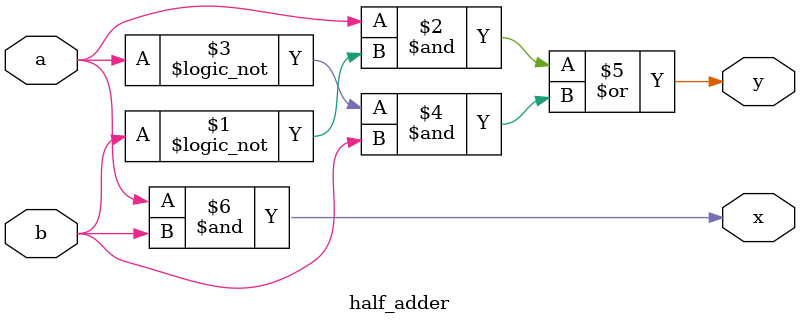
<source format=v>
module half_adder(a,b,y,x);
input a,b;
output y,x;
assign y = (a&!b)|(!a&b);
assign x = a&b;
endmodule 

</source>
